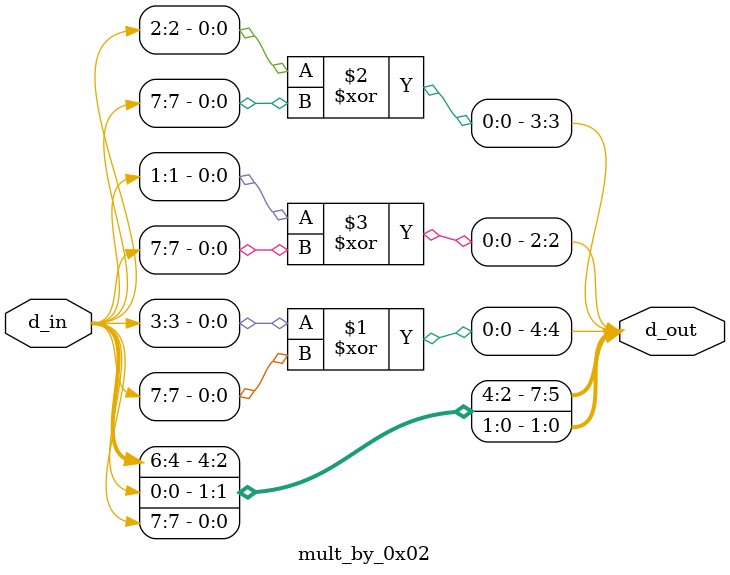
<source format=v>
module mult_by_0x02(
input [7:0] d_in,
output [7:0] d_out
);

assign d_out[7] = d_in[6];
assign d_out[6] = d_in[5];
assign d_out[5] = d_in[4];
assign d_out[4] = d_in[3]^d_in[7];
assign d_out[3] = d_in[2]^d_in[7];
assign d_out[2] = d_in[1]^d_in[7];
assign d_out[1] = d_in[0];
assign d_out[0] = d_in[7];

endmodule

</source>
